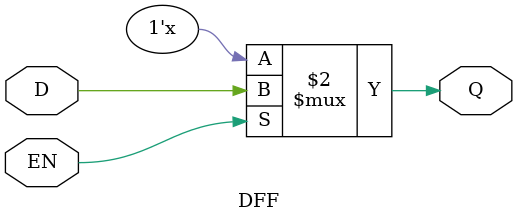
<source format=v>


`timescale 1ns / 100ps

module DFF (

   input  wire D, EN,
   output reg Q

   ) ;


   always @(D,EN) begin

      if (EN) begin
         Q <= D ;
      end
      //else begin        // **IMPORTANT: if you don't specify the 'else' condition the tool automatically INFERS MEMORY for you !
      //   Q <= Q ;
      //end

   end  // always

endmodule


</source>
